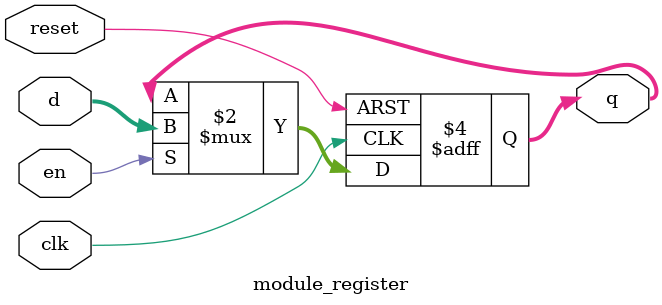
<source format=sv>
module module_register #(parameter WIDTH = 4)(
    input logic clk,
    input logic reset,
    input logic en,
    input logic [WIDTH-1:0] d,
    output logic [WIDTH-1:0] q
);
    always_ff @(posedge clk, posedge reset)
        if (reset) q <= '0;
        else if (en) q <= d;
endmodule
</source>
